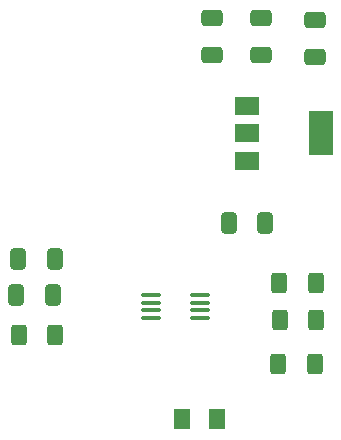
<source format=gbr>
%TF.GenerationSoftware,KiCad,Pcbnew,7.0.10*%
%TF.CreationDate,2024-05-28T16:22:07+05:30*%
%TF.ProjectId,pro1,70726f31-2e6b-4696-9361-645f70636258,rev?*%
%TF.SameCoordinates,Original*%
%TF.FileFunction,Paste,Bot*%
%TF.FilePolarity,Positive*%
%FSLAX46Y46*%
G04 Gerber Fmt 4.6, Leading zero omitted, Abs format (unit mm)*
G04 Created by KiCad (PCBNEW 7.0.10) date 2024-05-28 16:22:07*
%MOMM*%
%LPD*%
G01*
G04 APERTURE LIST*
G04 Aperture macros list*
%AMRoundRect*
0 Rectangle with rounded corners*
0 $1 Rounding radius*
0 $2 $3 $4 $5 $6 $7 $8 $9 X,Y pos of 4 corners*
0 Add a 4 corners polygon primitive as box body*
4,1,4,$2,$3,$4,$5,$6,$7,$8,$9,$2,$3,0*
0 Add four circle primitives for the rounded corners*
1,1,$1+$1,$2,$3*
1,1,$1+$1,$4,$5*
1,1,$1+$1,$6,$7*
1,1,$1+$1,$8,$9*
0 Add four rect primitives between the rounded corners*
20,1,$1+$1,$2,$3,$4,$5,0*
20,1,$1+$1,$4,$5,$6,$7,0*
20,1,$1+$1,$6,$7,$8,$9,0*
20,1,$1+$1,$8,$9,$2,$3,0*%
G04 Aperture macros list end*
%ADD10RoundRect,0.250001X0.462499X0.624999X-0.462499X0.624999X-0.462499X-0.624999X0.462499X-0.624999X0*%
%ADD11R,2.000000X1.500000*%
%ADD12R,2.000000X3.800000*%
%ADD13RoundRect,0.250000X0.412500X0.650000X-0.412500X0.650000X-0.412500X-0.650000X0.412500X-0.650000X0*%
%ADD14RoundRect,0.100000X-0.712500X-0.100000X0.712500X-0.100000X0.712500X0.100000X-0.712500X0.100000X0*%
%ADD15RoundRect,0.250000X-0.400000X-0.625000X0.400000X-0.625000X0.400000X0.625000X-0.400000X0.625000X0*%
%ADD16RoundRect,0.250000X0.650000X-0.412500X0.650000X0.412500X-0.650000X0.412500X-0.650000X-0.412500X0*%
%ADD17RoundRect,0.250000X0.400000X0.625000X-0.400000X0.625000X-0.400000X-0.625000X0.400000X-0.625000X0*%
G04 APERTURE END LIST*
D10*
%TO.C,D2*%
X160400000Y-80100000D03*
X157425000Y-80100000D03*
%TD*%
D11*
%TO.C,U2*%
X162900000Y-58200000D03*
X162900000Y-55900000D03*
D12*
X169200000Y-55900000D03*
D11*
X162900000Y-53600000D03*
%TD*%
D13*
%TO.C,C9*%
X146700000Y-66500000D03*
X143575000Y-66500000D03*
%TD*%
D14*
%TO.C,U4*%
X159000000Y-71540000D03*
X159000000Y-70890000D03*
X159000000Y-70240000D03*
X159000000Y-69590000D03*
X154775000Y-69590000D03*
X154775000Y-70240000D03*
X154775000Y-70890000D03*
X154775000Y-71540000D03*
%TD*%
D15*
%TO.C,R7*%
X146700000Y-73000000D03*
X143600000Y-73000000D03*
%TD*%
D16*
%TO.C,C6*%
X168700000Y-49400000D03*
X168700000Y-46275000D03*
%TD*%
D17*
%TO.C,R5*%
X168800000Y-71700000D03*
X165700000Y-71700000D03*
%TD*%
D16*
%TO.C,C4*%
X164100000Y-49300000D03*
X164100000Y-46175000D03*
%TD*%
D17*
%TO.C,R4*%
X168750000Y-68600000D03*
X165650000Y-68600000D03*
%TD*%
D15*
%TO.C,R6*%
X165600000Y-75400000D03*
X168700000Y-75400000D03*
%TD*%
D13*
%TO.C,C8*%
X164500000Y-63500000D03*
X161375000Y-63500000D03*
%TD*%
D16*
%TO.C,C5*%
X160000000Y-49300000D03*
X160000000Y-46175000D03*
%TD*%
D13*
%TO.C,C7*%
X146500000Y-69600000D03*
X143375000Y-69600000D03*
%TD*%
M02*

</source>
